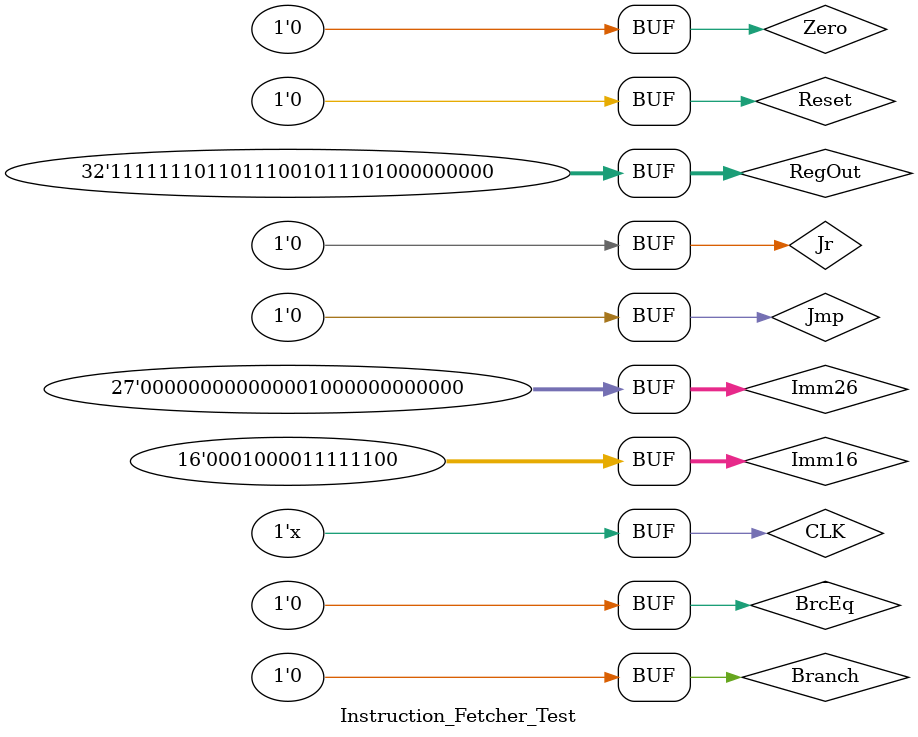
<source format=v>
`timescale 1ns / 1ps
`include "adder.v"

module Extender_Imm16(Out, Imm16);

	output wire[31:0] Out;
	input [15:0] Imm16;

	assign Out[31:18] = Imm16[15] ? 14'b11111111111111 : 14'b00000000000000;
	assign Out[17: 2] = Imm16;
	assign Out[ 1: 0] = 2'b00;

endmodule


module Extender_Imm26(Out, PC_p4, Imm26);

	output wire[31:0] Out;
	input [31:0] PC_p4;
	input [25:0] Imm26;

	assign Out[31:28] = PC_p4[31:28];
	assign Out[27: 2] = Imm26;
	assign Out[ 1: 0] = 2'b00;

endmodule


module Instruction_Fetcher(InsAddr, Branch, BrcEq, Zero, Imm16, Jmp, Jr, Imm26, RegOut, Reset, CLK);

	output wire[31:0] InsAddr;
	input Branch, BrcEq, Zero;
	input [15:0] Imm16;
	input Jmp, Jr;
	input [25:0] Imm26;
	input [31:0] RegOut;
	input Reset, CLK;

	reg[31:0] PC;
	assign InsAddr = PC;

	wire [31:0] jmpRes, brcJmpRes, newPC, imm16ex, imm26ex, PC_p4, PC_p4_pImm16ex;

	assign PC_p4 = PC + 32'd4;
	Extender_Imm16 Ex16(imm16ex, Imm16);
	assign PC_p4_pImm16ex = PC_p4 + imm16ex;
	assign brcJmp = Branch & (BrcEq ^ Zero);
	assign brcJmpRes = brcJmp ? PC_p4_pImm16ex : PC_p4;
	Extender_Imm26 Ex26(imm26ex, PC_p4, Imm26);
	assign jmpRes = Jr ? RegOut : imm26ex;
	assign newPC = Jmp ? jmpRes : brcJmpRes;

	always @ (posedge CLK)
	begin
		if (Reset) PC <= 32'b0;
		else PC <= newPC;
	end

endmodule


module Instruction_Fetcher_Test;

	wire[31:0] InsAddr;
	reg Branch, BrcEq, Zero;
	reg[15:0] Imm16;
	reg Jmp, Jr;
	reg[26:0] Imm26;
	reg[31:0] RegOut;
	reg Reset, CLK;

	Instruction_Fetcher uut(InsAddr, Branch, BrcEq, Zero, Imm16, Jmp, Jr, Imm26, RegOut, Reset, CLK);

	always #10 CLK = ~CLK;

	initial
	begin
		#60
		Reset = 1;	//重置
		CLK = 0;

		#20
		Reset = 0;
		Branch = 0; BrcEq = 0; Zero = 0;	//R-type
		Jmp = 0; Jr = 0;

		#100
		Branch = 1; BrcEq = 1; Zero = 0;	//bne成立
		Imm16 = 16'h10fc;

		#20
		BrcEq = 0;	//bne不成立

		#20
		Branch = 0;
		Jmp = 1; Jr = 1;
		RegOut = 32'hfedcba00;	//jr

		#20
		Jr = 0;
		Imm26 = 26'h1000;	//j

		#20
		Jmp = 0;	//R-type
	end

endmodule

</source>
